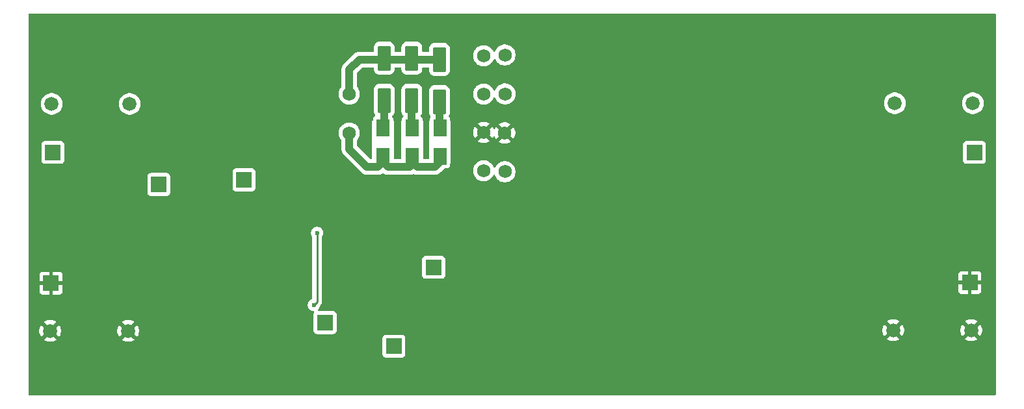
<source format=gbr>
%TF.GenerationSoftware,KiCad,Pcbnew,9.0.5*%
%TF.CreationDate,2025-10-30T21:43:39-07:00*%
%TF.ProjectId,Flyback_CCM_Converter,466c7962-6163-46b5-9f43-434d5f436f6e,rev?*%
%TF.SameCoordinates,Original*%
%TF.FileFunction,Copper,L2,Bot*%
%TF.FilePolarity,Positive*%
%FSLAX46Y46*%
G04 Gerber Fmt 4.6, Leading zero omitted, Abs format (unit mm)*
G04 Created by KiCad (PCBNEW 9.0.5) date 2025-10-30 21:43:39*
%MOMM*%
%LPD*%
G01*
G04 APERTURE LIST*
G04 Aperture macros list*
%AMRoundRect*
0 Rectangle with rounded corners*
0 $1 Rounding radius*
0 $2 $3 $4 $5 $6 $7 $8 $9 X,Y pos of 4 corners*
0 Add a 4 corners polygon primitive as box body*
4,1,4,$2,$3,$4,$5,$6,$7,$8,$9,$2,$3,0*
0 Add four circle primitives for the rounded corners*
1,1,$1+$1,$2,$3*
1,1,$1+$1,$4,$5*
1,1,$1+$1,$6,$7*
1,1,$1+$1,$8,$9*
0 Add four rect primitives between the rounded corners*
20,1,$1+$1,$2,$3,$4,$5,0*
20,1,$1+$1,$4,$5,$6,$7,0*
20,1,$1+$1,$6,$7,$8,$9,0*
20,1,$1+$1,$8,$9,$2,$3,0*%
G04 Aperture macros list end*
%TA.AperFunction,ComponentPad*%
%ADD10R,2.000000X2.000000*%
%TD*%
%TA.AperFunction,ComponentPad*%
%ADD11C,1.750000*%
%TD*%
%TA.AperFunction,ComponentPad*%
%ADD12C,1.828800*%
%TD*%
%TA.AperFunction,SMDPad,CuDef*%
%ADD13R,1.651000X2.184400*%
%TD*%
%TA.AperFunction,SMDPad,CuDef*%
%ADD14RoundRect,0.250000X0.600000X-1.400000X0.600000X1.400000X-0.600000X1.400000X-0.600000X-1.400000X0*%
%TD*%
%TA.AperFunction,ViaPad*%
%ADD15C,0.600000*%
%TD*%
%TA.AperFunction,Conductor*%
%ADD16C,0.254000*%
%TD*%
%TA.AperFunction,Conductor*%
%ADD17C,1.016000*%
%TD*%
%TA.AperFunction,Conductor*%
%ADD18C,0.508000*%
%TD*%
G04 APERTURE END LIST*
D10*
%TO.P,TP9,1,1*%
%TO.N,/COMP*%
X151600000Y-133500000D03*
%TD*%
%TO.P,TP6,1,1*%
%TO.N,Net-(U1-VREF)*%
X142637500Y-130400000D03*
%TD*%
%TO.P,TP7,1,1*%
%TO.N,/ISENSE*%
X156800000Y-123200000D03*
%TD*%
D11*
%TO.P,T1,1,AA*%
%TO.N,VCC*%
X145800000Y-100600000D03*
%TO.P,T1,2,AB*%
%TO.N,Net-(Q1-D)*%
X145800000Y-105680000D03*
%TO.P,T1,3,SA*%
%TO.N,GND*%
X163300000Y-105600000D03*
X166040000Y-105670000D03*
%TO.P,T1,4,SB*%
%TO.N,Net-(T1-SB)*%
X163300000Y-100600000D03*
X166090000Y-100580000D03*
%TO.P,T1,NC1*%
%TO.N,N/C*%
X163300000Y-110600000D03*
X166070000Y-110730000D03*
%TO.P,T1,NC2*%
X163300000Y-95600000D03*
X166070000Y-95500000D03*
%TD*%
D10*
%TO.P,TP4,1,1*%
%TO.N,GND*%
X226600000Y-125200000D03*
%TD*%
D12*
%TO.P,J4,1,1*%
%TO.N,GND*%
X226800000Y-131400000D03*
%TO.P,J4,2,2*%
X216640000Y-131400000D03*
%TD*%
D10*
%TO.P,TP8,1,1*%
%TO.N,Net-(Q1-D)*%
X132100000Y-111800000D03*
%TD*%
D12*
%TO.P,+5V1,1,1*%
%TO.N,+5V*%
X227000000Y-101800000D03*
%TO.P,+5V1,2,2*%
X216840000Y-101800000D03*
%TD*%
D10*
%TO.P,TP1,1,1*%
%TO.N,VCC*%
X107200000Y-108200000D03*
%TD*%
D12*
%TO.P,+12,1,1*%
%TO.N,VCC*%
X107043900Y-101885700D03*
%TO.P,+12,2,2*%
X117203900Y-101885700D03*
%TD*%
D10*
%TO.P,TP3,1,1*%
%TO.N,+5V*%
X227200000Y-108200000D03*
%TD*%
D12*
%TO.P,J3,1,1*%
%TO.N,GND*%
X106843900Y-131485700D03*
%TO.P,J3,2,2*%
X117003900Y-131485700D03*
%TD*%
D10*
%TO.P,TP5,1,1*%
%TO.N,Net-(Q3-E)*%
X121000000Y-112400000D03*
%TD*%
%TO.P,TP2,1,1*%
%TO.N,GND*%
X106962500Y-125285700D03*
%TD*%
D13*
%TO.P,CR3,1*%
%TO.N,Net-(D2-K)*%
X154000000Y-105000000D03*
%TO.P,CR3,2*%
%TO.N,Net-(Q1-D)*%
X154000000Y-108708400D03*
%TD*%
D14*
%TO.P,D3,1,K*%
%TO.N,Net-(D3-K)*%
X150340000Y-101426600D03*
%TO.P,D3,2,A*%
%TO.N,VCC*%
X150340000Y-95926600D03*
%TD*%
%TO.P,D2,1,K*%
%TO.N,Net-(D2-K)*%
X153940000Y-101426600D03*
%TO.P,D2,2,A*%
%TO.N,VCC*%
X153940000Y-95926600D03*
%TD*%
%TO.P,D1,1,K*%
%TO.N,Net-(D1-K)*%
X157540000Y-101595000D03*
%TO.P,D1,2,A*%
%TO.N,VCC*%
X157540000Y-96095000D03*
%TD*%
D13*
%TO.P,CR2,1*%
%TO.N,Net-(D1-K)*%
X157600000Y-105000000D03*
%TO.P,CR2,2*%
%TO.N,Net-(Q1-D)*%
X157600000Y-108708400D03*
%TD*%
%TO.P,CR4,1*%
%TO.N,Net-(D3-K)*%
X150200000Y-105000000D03*
%TO.P,CR4,2*%
%TO.N,Net-(Q1-D)*%
X150200000Y-108708400D03*
%TD*%
D15*
%TO.N,GND*%
X141800000Y-115900000D03*
X141800000Y-114100000D03*
X130200000Y-132600000D03*
X129200000Y-132600000D03*
X143800000Y-133000000D03*
%TO.N,Net-(U1-VREF)*%
X141600000Y-118700000D03*
X141200000Y-128100000D03*
%TO.N,GND*%
X155237500Y-130000000D03*
X154237500Y-130000000D03*
X138200000Y-120200000D03*
X143800000Y-134000000D03*
X136600000Y-128300000D03*
X140800000Y-137200000D03*
X150637500Y-119200000D03*
X149637500Y-119200000D03*
X138200000Y-122800000D03*
X138200000Y-121200000D03*
X140800000Y-138200000D03*
X136600000Y-129300000D03*
X142900000Y-114900000D03*
X126600000Y-113700000D03*
X206500000Y-123800000D03*
X194800000Y-124800000D03*
X142900000Y-114100000D03*
X206500000Y-124800000D03*
X182000000Y-95100000D03*
X184400000Y-106300000D03*
X140218750Y-91956250D03*
X187800000Y-95100000D03*
X135300000Y-126800000D03*
X190200000Y-95100000D03*
X190200000Y-106300000D03*
X180000000Y-115700000D03*
X191600000Y-106300000D03*
X186800000Y-106300000D03*
X191800000Y-95100000D03*
X136818750Y-103318750D03*
X198900000Y-123800000D03*
X137818750Y-91956250D03*
X136818750Y-91956250D03*
X198900000Y-124800000D03*
X183000000Y-95100000D03*
X186800000Y-95100000D03*
X127600000Y-113700000D03*
X194000000Y-106300000D03*
X123150000Y-108300000D03*
X181000000Y-115700000D03*
X184400000Y-95100000D03*
X185400000Y-95100000D03*
X142618750Y-91956250D03*
X139218750Y-103318750D03*
X194800000Y-123800000D03*
X135300000Y-127800000D03*
X189200000Y-95100000D03*
X185400000Y-106300000D03*
X123150000Y-109300000D03*
X195000000Y-106300000D03*
X189200000Y-106300000D03*
X187800000Y-106300000D03*
X202700000Y-123800000D03*
X192800000Y-95100000D03*
X210300000Y-124800000D03*
X192600000Y-106300000D03*
X210300000Y-123800000D03*
X140218750Y-103318750D03*
X137818750Y-103318750D03*
X202700000Y-124800000D03*
X141618750Y-91956250D03*
X139218750Y-91956250D03*
%TD*%
D16*
%TO.N,Net-(U1-VREF)*%
X141600000Y-127700000D02*
X141200000Y-128100000D01*
X141600000Y-118700000D02*
X141600000Y-127700000D01*
D17*
%TO.N,VCC*%
X145800000Y-97400000D02*
X147105000Y-96095000D01*
X145800000Y-100600000D02*
X145800000Y-97400000D01*
X147105000Y-96095000D02*
X157540000Y-96095000D01*
%TO.N,Net-(Q1-D)*%
X153693600Y-110106400D02*
X154000000Y-109800000D01*
X154665464Y-110106400D02*
X156934536Y-110106400D01*
X150200000Y-109440936D02*
X150865464Y-110106400D01*
X148106400Y-110106400D02*
X149534536Y-110106400D01*
X149534536Y-110106400D02*
X150200000Y-109440936D01*
X145800000Y-107800000D02*
X148106400Y-110106400D01*
X150200000Y-108708400D02*
X150200000Y-109440936D01*
X157540000Y-109167536D02*
X157540000Y-108435000D01*
X153940000Y-108435000D02*
X153940000Y-109167536D01*
X150865464Y-110106400D02*
X153693600Y-110106400D01*
X145800000Y-105680000D02*
X145800000Y-107800000D01*
X150340000Y-108435000D02*
X150340000Y-109167536D01*
X154000000Y-109440936D02*
X154665464Y-110106400D01*
X156934536Y-110106400D02*
X157600000Y-109440936D01*
X154000000Y-109800000D02*
X154000000Y-108708400D01*
X154000000Y-108708400D02*
X154000000Y-109440936D01*
X157600000Y-109440936D02*
X157600000Y-108708400D01*
D18*
X149800000Y-109200000D02*
X150200000Y-108800000D01*
D17*
%TO.N,Net-(D1-K)*%
X157540000Y-101595000D02*
X157540000Y-104726600D01*
%TO.N,Net-(D2-K)*%
X153940000Y-101426600D02*
X153940000Y-104726600D01*
%TO.N,Net-(D3-K)*%
X150340000Y-101426600D02*
X150340000Y-104726600D01*
%TD*%
%TA.AperFunction,Conductor*%
%TO.N,GND*%
G36*
X229942539Y-90120185D02*
G01*
X229988294Y-90172989D01*
X229999500Y-90224500D01*
X229999500Y-139775500D01*
X229979815Y-139842539D01*
X229927011Y-139888294D01*
X229875500Y-139899500D01*
X104124500Y-139899500D01*
X104057461Y-139879815D01*
X104011706Y-139827011D01*
X104000500Y-139775500D01*
X104000500Y-131374378D01*
X105429500Y-131374378D01*
X105429500Y-131597021D01*
X105464326Y-131816906D01*
X105533125Y-132028645D01*
X105634196Y-132227007D01*
X105682523Y-132293522D01*
X105682523Y-132293523D01*
X106234898Y-131741148D01*
X106258661Y-131798517D01*
X106330934Y-131906680D01*
X106422920Y-131998666D01*
X106531083Y-132070939D01*
X106588450Y-132094701D01*
X106036075Y-132647075D01*
X106102592Y-132695403D01*
X106300954Y-132796474D01*
X106512693Y-132865273D01*
X106732579Y-132900100D01*
X106955221Y-132900100D01*
X107175106Y-132865273D01*
X107386845Y-132796474D01*
X107585207Y-132695403D01*
X107651722Y-132647075D01*
X107099348Y-132094701D01*
X107156717Y-132070939D01*
X107264880Y-131998666D01*
X107356866Y-131906680D01*
X107429139Y-131798517D01*
X107452901Y-131741148D01*
X108005275Y-132293522D01*
X108053603Y-132227007D01*
X108154674Y-132028645D01*
X108223473Y-131816906D01*
X108258300Y-131597021D01*
X108258300Y-131374378D01*
X115589500Y-131374378D01*
X115589500Y-131597021D01*
X115624326Y-131816906D01*
X115693125Y-132028645D01*
X115794196Y-132227007D01*
X115842523Y-132293522D01*
X115842523Y-132293523D01*
X116394898Y-131741148D01*
X116418661Y-131798517D01*
X116490934Y-131906680D01*
X116582920Y-131998666D01*
X116691083Y-132070939D01*
X116748450Y-132094701D01*
X116196075Y-132647075D01*
X116262592Y-132695403D01*
X116460954Y-132796474D01*
X116672693Y-132865273D01*
X116892579Y-132900100D01*
X117115221Y-132900100D01*
X117335106Y-132865273D01*
X117546845Y-132796474D01*
X117745207Y-132695403D01*
X117811722Y-132647075D01*
X117811723Y-132647075D01*
X117701135Y-132536487D01*
X117616783Y-132452135D01*
X150099500Y-132452135D01*
X150099500Y-134547870D01*
X150099501Y-134547876D01*
X150105908Y-134607483D01*
X150156202Y-134742328D01*
X150156206Y-134742335D01*
X150242452Y-134857544D01*
X150242455Y-134857547D01*
X150357664Y-134943793D01*
X150357671Y-134943797D01*
X150492517Y-134994091D01*
X150492516Y-134994091D01*
X150499444Y-134994835D01*
X150552127Y-135000500D01*
X152647872Y-135000499D01*
X152707483Y-134994091D01*
X152842331Y-134943796D01*
X152957546Y-134857546D01*
X153043796Y-134742331D01*
X153094091Y-134607483D01*
X153100500Y-134547873D01*
X153100499Y-132452128D01*
X153094091Y-132392517D01*
X153057168Y-132293522D01*
X153043797Y-132257671D01*
X153043793Y-132257664D01*
X152957547Y-132142455D01*
X152957544Y-132142452D01*
X152842335Y-132056206D01*
X152842328Y-132056202D01*
X152707482Y-132005908D01*
X152707483Y-132005908D01*
X152647883Y-131999501D01*
X152647881Y-131999500D01*
X152647873Y-131999500D01*
X152647864Y-131999500D01*
X150552129Y-131999500D01*
X150552123Y-131999501D01*
X150492516Y-132005908D01*
X150357671Y-132056202D01*
X150357664Y-132056206D01*
X150242455Y-132142452D01*
X150242452Y-132142455D01*
X150156206Y-132257664D01*
X150156202Y-132257671D01*
X150105908Y-132392517D01*
X150099501Y-132452116D01*
X150099501Y-132452123D01*
X150099500Y-132452135D01*
X117616783Y-132452135D01*
X117259348Y-132094701D01*
X117316717Y-132070939D01*
X117424880Y-131998666D01*
X117516866Y-131906680D01*
X117589139Y-131798517D01*
X117612901Y-131741148D01*
X118165275Y-132293522D01*
X118213603Y-132227007D01*
X118314674Y-132028645D01*
X118383473Y-131816906D01*
X118418300Y-131597021D01*
X118418300Y-131374378D01*
X118383473Y-131154493D01*
X118314674Y-130942754D01*
X118213603Y-130744392D01*
X118165275Y-130677876D01*
X118165275Y-130677875D01*
X117612901Y-131230250D01*
X117589139Y-131172883D01*
X117516866Y-131064720D01*
X117424880Y-130972734D01*
X117316717Y-130900461D01*
X117259347Y-130876698D01*
X117811723Y-130324323D01*
X117745207Y-130275996D01*
X117546845Y-130174925D01*
X117335106Y-130106126D01*
X117115221Y-130071300D01*
X116892579Y-130071300D01*
X116672693Y-130106126D01*
X116460954Y-130174925D01*
X116262591Y-130275997D01*
X116196076Y-130324322D01*
X116196075Y-130324323D01*
X116748451Y-130876698D01*
X116691083Y-130900461D01*
X116582920Y-130972734D01*
X116490934Y-131064720D01*
X116418661Y-131172883D01*
X116394898Y-131230251D01*
X115842523Y-130677875D01*
X115842522Y-130677876D01*
X115794197Y-130744391D01*
X115693125Y-130942754D01*
X115624326Y-131154493D01*
X115589500Y-131374378D01*
X108258300Y-131374378D01*
X108223473Y-131154493D01*
X108154674Y-130942754D01*
X108053603Y-130744392D01*
X108005275Y-130677876D01*
X108005275Y-130677875D01*
X107452901Y-131230250D01*
X107429139Y-131172883D01*
X107356866Y-131064720D01*
X107264880Y-130972734D01*
X107156717Y-130900461D01*
X107099347Y-130876698D01*
X107651723Y-130324323D01*
X107585207Y-130275996D01*
X107386845Y-130174925D01*
X107175106Y-130106126D01*
X106955221Y-130071300D01*
X106732579Y-130071300D01*
X106512693Y-130106126D01*
X106300954Y-130174925D01*
X106102591Y-130275997D01*
X106036076Y-130324322D01*
X106036075Y-130324323D01*
X106588451Y-130876698D01*
X106531083Y-130900461D01*
X106422920Y-130972734D01*
X106330934Y-131064720D01*
X106258661Y-131172883D01*
X106234898Y-131230251D01*
X105682523Y-130677875D01*
X105682522Y-130677876D01*
X105634197Y-130744391D01*
X105533125Y-130942754D01*
X105464326Y-131154493D01*
X105429500Y-131374378D01*
X104000500Y-131374378D01*
X104000500Y-128021153D01*
X140399500Y-128021153D01*
X140399500Y-128178846D01*
X140430261Y-128333489D01*
X140430264Y-128333501D01*
X140490602Y-128479172D01*
X140490609Y-128479185D01*
X140578210Y-128610288D01*
X140578213Y-128610292D01*
X140689707Y-128721786D01*
X140689711Y-128721789D01*
X140820814Y-128809390D01*
X140820827Y-128809397D01*
X140966498Y-128869735D01*
X140966503Y-128869737D01*
X141116131Y-128899500D01*
X141121153Y-128900499D01*
X141121156Y-128900500D01*
X141138499Y-128900500D01*
X141205538Y-128920185D01*
X141251293Y-128972989D01*
X141261237Y-129042147D01*
X141237765Y-129098810D01*
X141217738Y-129125562D01*
X141193704Y-129157668D01*
X141193702Y-129157671D01*
X141143408Y-129292517D01*
X141137001Y-129352116D01*
X141137001Y-129352123D01*
X141137000Y-129352135D01*
X141137000Y-131447870D01*
X141137001Y-131447876D01*
X141143408Y-131507483D01*
X141193702Y-131642328D01*
X141193706Y-131642335D01*
X141279952Y-131757544D01*
X141279955Y-131757547D01*
X141395164Y-131843793D01*
X141395171Y-131843797D01*
X141530017Y-131894091D01*
X141530016Y-131894091D01*
X141536944Y-131894835D01*
X141589627Y-131900500D01*
X143685372Y-131900499D01*
X143744983Y-131894091D01*
X143879831Y-131843796D01*
X143995046Y-131757546D01*
X144081296Y-131642331D01*
X144131591Y-131507483D01*
X144138000Y-131447873D01*
X144138000Y-131288678D01*
X215225600Y-131288678D01*
X215225600Y-131511321D01*
X215260426Y-131731206D01*
X215329225Y-131942945D01*
X215430296Y-132141307D01*
X215478623Y-132207822D01*
X215478623Y-132207823D01*
X216030998Y-131655448D01*
X216054761Y-131712817D01*
X216127034Y-131820980D01*
X216219020Y-131912966D01*
X216327183Y-131985239D01*
X216384550Y-132009001D01*
X215832175Y-132561375D01*
X215898692Y-132609703D01*
X216097054Y-132710774D01*
X216308793Y-132779573D01*
X216528679Y-132814400D01*
X216751321Y-132814400D01*
X216971206Y-132779573D01*
X217182945Y-132710774D01*
X217381307Y-132609703D01*
X217447822Y-132561375D01*
X216895448Y-132009001D01*
X216952817Y-131985239D01*
X217060980Y-131912966D01*
X217152966Y-131820980D01*
X217225239Y-131712817D01*
X217249001Y-131655448D01*
X217801375Y-132207822D01*
X217849703Y-132141307D01*
X217950774Y-131942945D01*
X218019573Y-131731206D01*
X218054400Y-131511321D01*
X218054400Y-131288678D01*
X225385600Y-131288678D01*
X225385600Y-131511321D01*
X225420426Y-131731206D01*
X225489225Y-131942945D01*
X225590296Y-132141307D01*
X225638623Y-132207822D01*
X225638623Y-132207823D01*
X226190998Y-131655448D01*
X226214761Y-131712817D01*
X226287034Y-131820980D01*
X226379020Y-131912966D01*
X226487183Y-131985239D01*
X226544550Y-132009001D01*
X225992175Y-132561375D01*
X226058692Y-132609703D01*
X226257054Y-132710774D01*
X226468793Y-132779573D01*
X226688679Y-132814400D01*
X226911321Y-132814400D01*
X227131206Y-132779573D01*
X227342945Y-132710774D01*
X227541307Y-132609703D01*
X227607822Y-132561375D01*
X227055448Y-132009001D01*
X227112817Y-131985239D01*
X227220980Y-131912966D01*
X227312966Y-131820980D01*
X227385239Y-131712817D01*
X227409001Y-131655448D01*
X227961375Y-132207822D01*
X228009703Y-132141307D01*
X228110774Y-131942945D01*
X228179573Y-131731206D01*
X228214400Y-131511321D01*
X228214400Y-131288678D01*
X228179573Y-131068793D01*
X228110774Y-130857054D01*
X228009703Y-130658692D01*
X227961375Y-130592176D01*
X227961375Y-130592175D01*
X227409001Y-131144550D01*
X227385239Y-131087183D01*
X227312966Y-130979020D01*
X227220980Y-130887034D01*
X227112817Y-130814761D01*
X227055447Y-130790998D01*
X227607823Y-130238623D01*
X227541307Y-130190296D01*
X227342945Y-130089225D01*
X227131206Y-130020426D01*
X226911321Y-129985600D01*
X226688679Y-129985600D01*
X226468793Y-130020426D01*
X226257054Y-130089225D01*
X226058691Y-130190297D01*
X225992176Y-130238622D01*
X225992175Y-130238623D01*
X226544551Y-130790998D01*
X226487183Y-130814761D01*
X226379020Y-130887034D01*
X226287034Y-130979020D01*
X226214761Y-131087183D01*
X226190998Y-131144551D01*
X225638623Y-130592175D01*
X225638622Y-130592176D01*
X225590297Y-130658691D01*
X225489225Y-130857054D01*
X225420426Y-131068793D01*
X225385600Y-131288678D01*
X218054400Y-131288678D01*
X218019573Y-131068793D01*
X217950774Y-130857054D01*
X217849703Y-130658692D01*
X217801375Y-130592176D01*
X217801375Y-130592175D01*
X217249001Y-131144550D01*
X217225239Y-131087183D01*
X217152966Y-130979020D01*
X217060980Y-130887034D01*
X216952817Y-130814761D01*
X216895447Y-130790998D01*
X217447823Y-130238623D01*
X217381307Y-130190296D01*
X217182945Y-130089225D01*
X216971206Y-130020426D01*
X216751321Y-129985600D01*
X216528679Y-129985600D01*
X216308793Y-130020426D01*
X216097054Y-130089225D01*
X215898691Y-130190297D01*
X215832176Y-130238622D01*
X215832175Y-130238623D01*
X216384551Y-130790998D01*
X216327183Y-130814761D01*
X216219020Y-130887034D01*
X216127034Y-130979020D01*
X216054761Y-131087183D01*
X216030998Y-131144551D01*
X215478623Y-130592175D01*
X215478622Y-130592176D01*
X215430297Y-130658691D01*
X215329225Y-130857054D01*
X215260426Y-131068793D01*
X215225600Y-131288678D01*
X144138000Y-131288678D01*
X144137999Y-129352128D01*
X144131591Y-129292517D01*
X144081296Y-129157669D01*
X144081295Y-129157668D01*
X144081293Y-129157664D01*
X143995047Y-129042455D01*
X143995044Y-129042452D01*
X143879835Y-128956206D01*
X143879828Y-128956202D01*
X143744982Y-128905908D01*
X143744983Y-128905908D01*
X143685383Y-128899501D01*
X143685381Y-128899500D01*
X143685373Y-128899500D01*
X143685365Y-128899500D01*
X141831940Y-128899500D01*
X141764901Y-128879815D01*
X141719146Y-128827011D01*
X141709202Y-128757853D01*
X141738227Y-128694297D01*
X141744245Y-128687832D01*
X141821789Y-128610289D01*
X141909394Y-128479179D01*
X141969737Y-128333497D01*
X141991156Y-128225813D01*
X142023539Y-128163907D01*
X142025021Y-128162396D01*
X142087411Y-128100008D01*
X142156083Y-127997233D01*
X142203385Y-127883035D01*
X142227500Y-127761804D01*
X142227500Y-127638197D01*
X142227500Y-122152135D01*
X155299500Y-122152135D01*
X155299500Y-124247870D01*
X155299501Y-124247876D01*
X155305908Y-124307483D01*
X155356202Y-124442328D01*
X155356206Y-124442335D01*
X155442452Y-124557544D01*
X155442455Y-124557547D01*
X155557664Y-124643793D01*
X155557671Y-124643797D01*
X155692517Y-124694091D01*
X155692516Y-124694091D01*
X155699444Y-124694835D01*
X155752127Y-124700500D01*
X157847872Y-124700499D01*
X157907483Y-124694091D01*
X158042331Y-124643796D01*
X158157546Y-124557546D01*
X158243796Y-124442331D01*
X158294091Y-124307483D01*
X158300500Y-124247873D01*
X158300500Y-124152155D01*
X225100000Y-124152155D01*
X225100000Y-124950000D01*
X226166988Y-124950000D01*
X226134075Y-125007007D01*
X226100000Y-125134174D01*
X226100000Y-125265826D01*
X226134075Y-125392993D01*
X226166988Y-125450000D01*
X225100000Y-125450000D01*
X225100000Y-126247844D01*
X225106401Y-126307372D01*
X225106403Y-126307379D01*
X225156645Y-126442086D01*
X225156649Y-126442093D01*
X225242809Y-126557187D01*
X225242812Y-126557190D01*
X225357906Y-126643350D01*
X225357913Y-126643354D01*
X225492620Y-126693596D01*
X225492627Y-126693598D01*
X225552155Y-126699999D01*
X225552172Y-126700000D01*
X226350000Y-126700000D01*
X226350000Y-125633012D01*
X226407007Y-125665925D01*
X226534174Y-125700000D01*
X226665826Y-125700000D01*
X226792993Y-125665925D01*
X226850000Y-125633012D01*
X226850000Y-126700000D01*
X227647828Y-126700000D01*
X227647844Y-126699999D01*
X227707372Y-126693598D01*
X227707379Y-126693596D01*
X227842086Y-126643354D01*
X227842093Y-126643350D01*
X227957187Y-126557190D01*
X227957190Y-126557187D01*
X228043350Y-126442093D01*
X228043354Y-126442086D01*
X228093596Y-126307379D01*
X228093598Y-126307372D01*
X228099999Y-126247844D01*
X228100000Y-126247827D01*
X228100000Y-125450000D01*
X227033012Y-125450000D01*
X227065925Y-125392993D01*
X227100000Y-125265826D01*
X227100000Y-125134174D01*
X227065925Y-125007007D01*
X227033012Y-124950000D01*
X228100000Y-124950000D01*
X228100000Y-124152172D01*
X228099999Y-124152155D01*
X228093598Y-124092627D01*
X228093596Y-124092620D01*
X228043354Y-123957913D01*
X228043350Y-123957906D01*
X227957190Y-123842812D01*
X227957187Y-123842809D01*
X227842093Y-123756649D01*
X227842086Y-123756645D01*
X227707379Y-123706403D01*
X227707372Y-123706401D01*
X227647844Y-123700000D01*
X226850000Y-123700000D01*
X226850000Y-124766988D01*
X226792993Y-124734075D01*
X226665826Y-124700000D01*
X226534174Y-124700000D01*
X226407007Y-124734075D01*
X226350000Y-124766988D01*
X226350000Y-123700000D01*
X225552155Y-123700000D01*
X225492627Y-123706401D01*
X225492620Y-123706403D01*
X225357913Y-123756645D01*
X225357906Y-123756649D01*
X225242812Y-123842809D01*
X225242809Y-123842812D01*
X225156649Y-123957906D01*
X225156645Y-123957913D01*
X225106403Y-124092620D01*
X225106401Y-124092627D01*
X225100000Y-124152155D01*
X158300500Y-124152155D01*
X158300499Y-122152128D01*
X158294091Y-122092517D01*
X158243796Y-121957669D01*
X158243795Y-121957668D01*
X158243793Y-121957664D01*
X158157547Y-121842455D01*
X158157544Y-121842452D01*
X158042335Y-121756206D01*
X158042328Y-121756202D01*
X157907482Y-121705908D01*
X157907483Y-121705908D01*
X157847883Y-121699501D01*
X157847881Y-121699500D01*
X157847873Y-121699500D01*
X157847864Y-121699500D01*
X155752129Y-121699500D01*
X155752123Y-121699501D01*
X155692516Y-121705908D01*
X155557671Y-121756202D01*
X155557664Y-121756206D01*
X155442455Y-121842452D01*
X155442452Y-121842455D01*
X155356206Y-121957664D01*
X155356202Y-121957671D01*
X155305908Y-122092517D01*
X155299501Y-122152116D01*
X155299501Y-122152123D01*
X155299500Y-122152135D01*
X142227500Y-122152135D01*
X142227500Y-119239356D01*
X142247185Y-119172317D01*
X142248398Y-119170465D01*
X142309394Y-119079179D01*
X142369737Y-118933497D01*
X142400500Y-118778842D01*
X142400500Y-118621158D01*
X142400500Y-118621155D01*
X142400499Y-118621153D01*
X142369738Y-118466510D01*
X142369737Y-118466503D01*
X142369735Y-118466498D01*
X142309397Y-118320827D01*
X142309390Y-118320814D01*
X142221789Y-118189711D01*
X142221786Y-118189707D01*
X142110292Y-118078213D01*
X142110288Y-118078210D01*
X141979185Y-117990609D01*
X141979172Y-117990602D01*
X141833501Y-117930264D01*
X141833489Y-117930261D01*
X141678845Y-117899500D01*
X141678842Y-117899500D01*
X141521158Y-117899500D01*
X141521155Y-117899500D01*
X141366510Y-117930261D01*
X141366498Y-117930264D01*
X141220827Y-117990602D01*
X141220814Y-117990609D01*
X141089711Y-118078210D01*
X141089707Y-118078213D01*
X140978213Y-118189707D01*
X140978210Y-118189711D01*
X140890609Y-118320814D01*
X140890602Y-118320827D01*
X140830264Y-118466498D01*
X140830261Y-118466510D01*
X140799500Y-118621153D01*
X140799500Y-118778846D01*
X140830261Y-118933489D01*
X140830264Y-118933501D01*
X140890603Y-119079174D01*
X140890604Y-119079175D01*
X140890606Y-119079179D01*
X140951602Y-119170465D01*
X140972480Y-119237142D01*
X140972500Y-119239356D01*
X140972500Y-127244924D01*
X140952815Y-127311963D01*
X140900011Y-127357718D01*
X140895953Y-127359485D01*
X140820824Y-127390604D01*
X140820814Y-127390609D01*
X140689711Y-127478210D01*
X140689707Y-127478213D01*
X140578213Y-127589707D01*
X140578210Y-127589711D01*
X140490609Y-127720814D01*
X140490602Y-127720827D01*
X140430264Y-127866498D01*
X140430261Y-127866510D01*
X140399500Y-128021153D01*
X104000500Y-128021153D01*
X104000500Y-124237855D01*
X105462500Y-124237855D01*
X105462500Y-125035700D01*
X106529488Y-125035700D01*
X106496575Y-125092707D01*
X106462500Y-125219874D01*
X106462500Y-125351526D01*
X106496575Y-125478693D01*
X106529488Y-125535700D01*
X105462500Y-125535700D01*
X105462500Y-126333544D01*
X105468901Y-126393072D01*
X105468903Y-126393079D01*
X105519145Y-126527786D01*
X105519149Y-126527793D01*
X105605309Y-126642887D01*
X105605312Y-126642890D01*
X105720406Y-126729050D01*
X105720413Y-126729054D01*
X105855120Y-126779296D01*
X105855127Y-126779298D01*
X105914655Y-126785699D01*
X105914672Y-126785700D01*
X106712500Y-126785700D01*
X106712500Y-125718712D01*
X106769507Y-125751625D01*
X106896674Y-125785700D01*
X107028326Y-125785700D01*
X107155493Y-125751625D01*
X107212500Y-125718712D01*
X107212500Y-126785700D01*
X108010328Y-126785700D01*
X108010344Y-126785699D01*
X108069872Y-126779298D01*
X108069879Y-126779296D01*
X108204586Y-126729054D01*
X108204593Y-126729050D01*
X108319687Y-126642890D01*
X108319690Y-126642887D01*
X108405850Y-126527793D01*
X108405854Y-126527786D01*
X108456096Y-126393079D01*
X108456098Y-126393072D01*
X108462499Y-126333544D01*
X108462500Y-126333527D01*
X108462500Y-125535700D01*
X107395512Y-125535700D01*
X107428425Y-125478693D01*
X107462500Y-125351526D01*
X107462500Y-125219874D01*
X107428425Y-125092707D01*
X107395512Y-125035700D01*
X108462500Y-125035700D01*
X108462500Y-124237872D01*
X108462499Y-124237855D01*
X108456098Y-124178327D01*
X108456096Y-124178320D01*
X108405854Y-124043613D01*
X108405850Y-124043606D01*
X108319690Y-123928512D01*
X108319687Y-123928509D01*
X108204593Y-123842349D01*
X108204586Y-123842345D01*
X108069879Y-123792103D01*
X108069872Y-123792101D01*
X108010344Y-123785700D01*
X107212500Y-123785700D01*
X107212500Y-124852688D01*
X107155493Y-124819775D01*
X107028326Y-124785700D01*
X106896674Y-124785700D01*
X106769507Y-124819775D01*
X106712500Y-124852688D01*
X106712500Y-123785700D01*
X105914655Y-123785700D01*
X105855127Y-123792101D01*
X105855120Y-123792103D01*
X105720413Y-123842345D01*
X105720406Y-123842349D01*
X105605312Y-123928509D01*
X105605309Y-123928512D01*
X105519149Y-124043606D01*
X105519145Y-124043613D01*
X105468903Y-124178320D01*
X105468901Y-124178327D01*
X105462500Y-124237855D01*
X104000500Y-124237855D01*
X104000500Y-111352135D01*
X119499500Y-111352135D01*
X119499500Y-113447870D01*
X119499501Y-113447876D01*
X119505908Y-113507483D01*
X119556202Y-113642328D01*
X119556206Y-113642335D01*
X119642452Y-113757544D01*
X119642455Y-113757547D01*
X119757664Y-113843793D01*
X119757671Y-113843797D01*
X119892517Y-113894091D01*
X119892516Y-113894091D01*
X119899444Y-113894835D01*
X119952127Y-113900500D01*
X122047872Y-113900499D01*
X122107483Y-113894091D01*
X122242331Y-113843796D01*
X122357546Y-113757546D01*
X122443796Y-113642331D01*
X122494091Y-113507483D01*
X122500500Y-113447873D01*
X122500499Y-111352128D01*
X122494091Y-111292517D01*
X122481220Y-111258009D01*
X122443797Y-111157671D01*
X122443793Y-111157664D01*
X122357547Y-111042455D01*
X122357544Y-111042452D01*
X122242335Y-110956206D01*
X122242328Y-110956202D01*
X122107482Y-110905908D01*
X122107483Y-110905908D01*
X122047883Y-110899501D01*
X122047881Y-110899500D01*
X122047873Y-110899500D01*
X122047864Y-110899500D01*
X119952129Y-110899500D01*
X119952123Y-110899501D01*
X119892516Y-110905908D01*
X119757671Y-110956202D01*
X119757664Y-110956206D01*
X119642455Y-111042452D01*
X119642452Y-111042455D01*
X119556206Y-111157664D01*
X119556202Y-111157671D01*
X119505908Y-111292517D01*
X119502855Y-111320919D01*
X119499501Y-111352123D01*
X119499500Y-111352135D01*
X104000500Y-111352135D01*
X104000500Y-110752135D01*
X130599500Y-110752135D01*
X130599500Y-112847870D01*
X130599501Y-112847876D01*
X130605908Y-112907483D01*
X130656202Y-113042328D01*
X130656206Y-113042335D01*
X130742452Y-113157544D01*
X130742455Y-113157547D01*
X130857664Y-113243793D01*
X130857671Y-113243797D01*
X130992517Y-113294091D01*
X130992516Y-113294091D01*
X130999444Y-113294835D01*
X131052127Y-113300500D01*
X133147872Y-113300499D01*
X133207483Y-113294091D01*
X133342331Y-113243796D01*
X133457546Y-113157546D01*
X133543796Y-113042331D01*
X133594091Y-112907483D01*
X133600500Y-112847873D01*
X133600499Y-110752128D01*
X133594091Y-110692517D01*
X133543796Y-110557669D01*
X133543795Y-110557668D01*
X133543793Y-110557664D01*
X133457547Y-110442455D01*
X133457544Y-110442452D01*
X133342335Y-110356206D01*
X133342328Y-110356202D01*
X133207482Y-110305908D01*
X133207483Y-110305908D01*
X133147883Y-110299501D01*
X133147881Y-110299500D01*
X133147873Y-110299500D01*
X133147864Y-110299500D01*
X131052129Y-110299500D01*
X131052123Y-110299501D01*
X130992516Y-110305908D01*
X130857671Y-110356202D01*
X130857664Y-110356206D01*
X130742455Y-110442452D01*
X130742452Y-110442455D01*
X130656206Y-110557664D01*
X130656202Y-110557671D01*
X130605908Y-110692517D01*
X130599806Y-110749281D01*
X130599501Y-110752123D01*
X130599500Y-110752135D01*
X104000500Y-110752135D01*
X104000500Y-107152135D01*
X105699500Y-107152135D01*
X105699500Y-109247870D01*
X105699501Y-109247876D01*
X105705908Y-109307483D01*
X105756202Y-109442328D01*
X105756206Y-109442335D01*
X105842452Y-109557544D01*
X105842455Y-109557547D01*
X105957664Y-109643793D01*
X105957671Y-109643797D01*
X106092517Y-109694091D01*
X106092516Y-109694091D01*
X106099444Y-109694835D01*
X106152127Y-109700500D01*
X108247872Y-109700499D01*
X108307483Y-109694091D01*
X108442331Y-109643796D01*
X108557546Y-109557546D01*
X108643796Y-109442331D01*
X108694091Y-109307483D01*
X108700500Y-109247873D01*
X108700499Y-107152128D01*
X108694091Y-107092517D01*
X108676368Y-107045000D01*
X108643797Y-106957671D01*
X108643793Y-106957664D01*
X108557547Y-106842455D01*
X108557544Y-106842452D01*
X108442335Y-106756206D01*
X108442328Y-106756202D01*
X108307482Y-106705908D01*
X108307483Y-106705908D01*
X108247883Y-106699501D01*
X108247881Y-106699500D01*
X108247873Y-106699500D01*
X108247864Y-106699500D01*
X106152129Y-106699500D01*
X106152123Y-106699501D01*
X106092516Y-106705908D01*
X105957671Y-106756202D01*
X105957664Y-106756206D01*
X105842455Y-106842452D01*
X105842452Y-106842455D01*
X105756206Y-106957664D01*
X105756202Y-106957671D01*
X105705908Y-107092517D01*
X105699501Y-107152116D01*
X105699501Y-107152123D01*
X105699500Y-107152135D01*
X104000500Y-107152135D01*
X104000500Y-105571746D01*
X144424500Y-105571746D01*
X144424500Y-105788253D01*
X144458370Y-106002098D01*
X144525272Y-106208006D01*
X144525273Y-106208009D01*
X144618338Y-106390656D01*
X144623567Y-106400919D01*
X144750828Y-106576078D01*
X144750830Y-106576080D01*
X144755181Y-106580431D01*
X144788666Y-106641754D01*
X144791500Y-106668112D01*
X144791500Y-107899333D01*
X144830254Y-108094160D01*
X144830256Y-108094168D01*
X144906277Y-108277701D01*
X144906282Y-108277710D01*
X145016646Y-108442880D01*
X145016649Y-108442884D01*
X147463515Y-110889750D01*
X147463519Y-110889753D01*
X147628689Y-111000117D01*
X147628695Y-111000120D01*
X147628696Y-111000121D01*
X147812231Y-111076144D01*
X147999867Y-111113467D01*
X148007066Y-111114899D01*
X148007070Y-111114900D01*
X148007071Y-111114900D01*
X149633866Y-111114900D01*
X149633867Y-111114899D01*
X149828705Y-111076144D01*
X150012240Y-111000121D01*
X150131109Y-110920694D01*
X150197786Y-110899817D01*
X150265166Y-110918301D01*
X150268887Y-110920692D01*
X150387760Y-111000121D01*
X150571295Y-111076144D01*
X150758931Y-111113467D01*
X150766130Y-111114899D01*
X150766134Y-111114900D01*
X150766135Y-111114900D01*
X153792930Y-111114900D01*
X153792931Y-111114899D01*
X153987769Y-111076144D01*
X154132080Y-111016367D01*
X154201548Y-111008899D01*
X154226980Y-111016366D01*
X154371295Y-111076144D01*
X154558931Y-111113467D01*
X154566130Y-111114899D01*
X154566134Y-111114900D01*
X154566135Y-111114900D01*
X157033866Y-111114900D01*
X157033867Y-111114899D01*
X157228705Y-111076144D01*
X157412240Y-111000121D01*
X157577417Y-110889753D01*
X157717889Y-110749281D01*
X157975423Y-110491746D01*
X161924500Y-110491746D01*
X161924500Y-110708253D01*
X161958370Y-110922098D01*
X162025272Y-111128006D01*
X162025273Y-111128009D01*
X162109095Y-111292516D01*
X162123567Y-111320919D01*
X162250828Y-111496078D01*
X162403922Y-111649172D01*
X162579081Y-111776433D01*
X162584457Y-111779172D01*
X162771990Y-111874726D01*
X162771993Y-111874727D01*
X162869573Y-111906432D01*
X162977903Y-111941630D01*
X163191746Y-111975500D01*
X163191747Y-111975500D01*
X163408253Y-111975500D01*
X163408254Y-111975500D01*
X163622097Y-111941630D01*
X163828009Y-111874726D01*
X164020919Y-111776433D01*
X164196078Y-111649172D01*
X164349172Y-111496078D01*
X164476433Y-111320919D01*
X164547696Y-111181057D01*
X164595671Y-111130262D01*
X164663492Y-111113467D01*
X164729627Y-111136005D01*
X164773078Y-111190720D01*
X164776112Y-111199035D01*
X164795272Y-111258006D01*
X164795273Y-111258009D01*
X164893567Y-111450919D01*
X165020828Y-111626078D01*
X165173922Y-111779172D01*
X165349081Y-111906433D01*
X165418157Y-111941629D01*
X165541990Y-112004726D01*
X165541993Y-112004727D01*
X165644947Y-112038178D01*
X165747903Y-112071630D01*
X165961746Y-112105500D01*
X165961747Y-112105500D01*
X166178253Y-112105500D01*
X166178254Y-112105500D01*
X166392097Y-112071630D01*
X166598009Y-112004726D01*
X166790919Y-111906433D01*
X166966078Y-111779172D01*
X167119172Y-111626078D01*
X167246433Y-111450919D01*
X167344726Y-111258009D01*
X167411630Y-111052097D01*
X167445500Y-110838254D01*
X167445500Y-110621746D01*
X167411630Y-110407903D01*
X167369390Y-110277901D01*
X167344727Y-110201993D01*
X167344726Y-110201990D01*
X167278487Y-110071990D01*
X167246433Y-110009081D01*
X167119172Y-109833922D01*
X166966078Y-109680828D01*
X166790919Y-109553567D01*
X166785543Y-109550828D01*
X166598009Y-109455273D01*
X166598006Y-109455272D01*
X166392098Y-109388370D01*
X166285175Y-109371435D01*
X166178254Y-109354500D01*
X165961746Y-109354500D01*
X165890465Y-109365790D01*
X165747901Y-109388370D01*
X165541993Y-109455272D01*
X165541990Y-109455273D01*
X165349080Y-109553567D01*
X165249145Y-109626174D01*
X165173922Y-109680828D01*
X165173920Y-109680830D01*
X165173919Y-109680830D01*
X165020830Y-109833919D01*
X165020830Y-109833920D01*
X165020828Y-109833922D01*
X165010263Y-109848464D01*
X164893565Y-110009083D01*
X164822302Y-110148942D01*
X164774327Y-110199737D01*
X164706506Y-110216532D01*
X164640371Y-110193994D01*
X164596921Y-110139278D01*
X164593887Y-110130963D01*
X164574728Y-110071996D01*
X164574726Y-110071990D01*
X164491210Y-109908083D01*
X164476433Y-109879081D01*
X164349172Y-109703922D01*
X164196078Y-109550828D01*
X164020919Y-109423567D01*
X163828009Y-109325273D01*
X163828006Y-109325272D01*
X163622098Y-109258370D01*
X163515175Y-109241435D01*
X163408254Y-109224500D01*
X163191746Y-109224500D01*
X163120465Y-109235790D01*
X162977901Y-109258370D01*
X162771993Y-109325272D01*
X162771990Y-109325273D01*
X162579080Y-109423567D01*
X162535440Y-109455274D01*
X162403922Y-109550828D01*
X162403920Y-109550830D01*
X162403919Y-109550830D01*
X162250830Y-109703919D01*
X162250830Y-109703920D01*
X162250828Y-109703922D01*
X162196174Y-109779145D01*
X162123567Y-109879080D01*
X162025273Y-110071990D01*
X162025272Y-110071993D01*
X161958370Y-110277901D01*
X161924500Y-110491746D01*
X157975423Y-110491746D01*
X158129751Y-110337417D01*
X158191074Y-110303933D01*
X158217432Y-110301099D01*
X158473371Y-110301099D01*
X158473372Y-110301099D01*
X158532983Y-110294691D01*
X158667831Y-110244396D01*
X158783046Y-110158146D01*
X158869296Y-110042931D01*
X158919591Y-109908083D01*
X158926000Y-109848473D01*
X158926000Y-109721400D01*
X158945685Y-109654361D01*
X158998489Y-109608606D01*
X159014726Y-109605073D01*
X159022400Y-109597400D01*
X159022400Y-107152135D01*
X225699500Y-107152135D01*
X225699500Y-109247870D01*
X225699501Y-109247876D01*
X225705908Y-109307483D01*
X225756202Y-109442328D01*
X225756206Y-109442335D01*
X225842452Y-109557544D01*
X225842455Y-109557547D01*
X225957664Y-109643793D01*
X225957671Y-109643797D01*
X226092517Y-109694091D01*
X226092516Y-109694091D01*
X226099444Y-109694835D01*
X226152127Y-109700500D01*
X228247872Y-109700499D01*
X228307483Y-109694091D01*
X228442331Y-109643796D01*
X228557546Y-109557546D01*
X228643796Y-109442331D01*
X228694091Y-109307483D01*
X228700500Y-109247873D01*
X228700499Y-107152128D01*
X228694091Y-107092517D01*
X228676368Y-107045000D01*
X228643797Y-106957671D01*
X228643793Y-106957664D01*
X228557547Y-106842455D01*
X228557544Y-106842452D01*
X228442335Y-106756206D01*
X228442328Y-106756202D01*
X228307482Y-106705908D01*
X228307483Y-106705908D01*
X228247883Y-106699501D01*
X228247881Y-106699500D01*
X228247873Y-106699500D01*
X228247864Y-106699500D01*
X226152129Y-106699500D01*
X226152123Y-106699501D01*
X226092516Y-106705908D01*
X225957671Y-106756202D01*
X225957664Y-106756206D01*
X225842455Y-106842452D01*
X225842452Y-106842455D01*
X225756206Y-106957664D01*
X225756202Y-106957671D01*
X225705908Y-107092517D01*
X225699501Y-107152116D01*
X225699501Y-107152123D01*
X225699500Y-107152135D01*
X159022400Y-107152135D01*
X159022400Y-105491779D01*
X161925000Y-105491779D01*
X161925000Y-105708220D01*
X161958857Y-105921981D01*
X162025735Y-106127814D01*
X162025736Y-106127817D01*
X162123996Y-106320660D01*
X162166829Y-106379615D01*
X162166830Y-106379616D01*
X162817037Y-105729409D01*
X162834075Y-105792993D01*
X162899901Y-105907007D01*
X162992993Y-106000099D01*
X163107007Y-106065925D01*
X163170590Y-106082962D01*
X162520382Y-106733168D01*
X162579342Y-106776005D01*
X162772182Y-106874263D01*
X162772185Y-106874264D01*
X162978018Y-106941142D01*
X163191780Y-106975000D01*
X163408220Y-106975000D01*
X163621981Y-106941142D01*
X163827814Y-106874264D01*
X163827817Y-106874263D01*
X164020656Y-106776006D01*
X164079615Y-106733168D01*
X164079616Y-106733168D01*
X163429409Y-106082962D01*
X163492993Y-106065925D01*
X163607007Y-106000099D01*
X163700099Y-105907007D01*
X163765925Y-105792993D01*
X163782962Y-105729410D01*
X164433168Y-106379616D01*
X164433168Y-106379615D01*
X164476007Y-106320653D01*
X164541771Y-106191585D01*
X164589745Y-106140788D01*
X164657566Y-106123993D01*
X164723701Y-106146530D01*
X164761917Y-106194295D01*
X164763525Y-106193476D01*
X164863996Y-106390660D01*
X164906829Y-106449615D01*
X164906830Y-106449616D01*
X165557037Y-105799409D01*
X165574075Y-105862993D01*
X165639901Y-105977007D01*
X165732993Y-106070099D01*
X165847007Y-106135925D01*
X165910590Y-106152962D01*
X165260382Y-106803168D01*
X165319342Y-106846005D01*
X165512182Y-106944263D01*
X165512185Y-106944264D01*
X165718018Y-107011142D01*
X165931780Y-107045000D01*
X166148220Y-107045000D01*
X166266077Y-107026333D01*
X166361981Y-107011142D01*
X166567814Y-106944264D01*
X166567817Y-106944263D01*
X166760656Y-106846006D01*
X166819615Y-106803168D01*
X166819616Y-106803168D01*
X166169409Y-106152962D01*
X166232993Y-106135925D01*
X166347007Y-106070099D01*
X166440099Y-105977007D01*
X166505925Y-105862993D01*
X166522962Y-105799410D01*
X167173168Y-106449616D01*
X167173168Y-106449615D01*
X167216006Y-106390656D01*
X167314263Y-106197817D01*
X167314264Y-106197814D01*
X167381142Y-105991981D01*
X167415000Y-105778220D01*
X167415000Y-105561779D01*
X167381142Y-105348018D01*
X167314264Y-105142185D01*
X167314263Y-105142182D01*
X167216005Y-104949342D01*
X167173168Y-104890383D01*
X167173168Y-104890382D01*
X166522962Y-105540589D01*
X166505925Y-105477007D01*
X166440099Y-105362993D01*
X166347007Y-105269901D01*
X166232993Y-105204075D01*
X166169408Y-105187037D01*
X166819616Y-104536830D01*
X166819615Y-104536829D01*
X166760660Y-104493996D01*
X166567817Y-104395736D01*
X166567814Y-104395735D01*
X166361981Y-104328857D01*
X166148220Y-104295000D01*
X165931780Y-104295000D01*
X165718018Y-104328857D01*
X165512185Y-104395735D01*
X165512182Y-104395736D01*
X165319346Y-104493992D01*
X165260383Y-104536830D01*
X165910591Y-105187037D01*
X165847007Y-105204075D01*
X165732993Y-105269901D01*
X165639901Y-105362993D01*
X165574075Y-105477007D01*
X165557037Y-105540590D01*
X164906830Y-104890383D01*
X164863992Y-104949346D01*
X164798228Y-105078415D01*
X164750253Y-105129211D01*
X164682432Y-105146006D01*
X164616297Y-105123468D01*
X164578089Y-105075701D01*
X164576475Y-105076524D01*
X164476005Y-104879342D01*
X164433168Y-104820383D01*
X164433168Y-104820382D01*
X163782962Y-105470589D01*
X163765925Y-105407007D01*
X163700099Y-105292993D01*
X163607007Y-105199901D01*
X163492993Y-105134075D01*
X163429408Y-105117037D01*
X164050039Y-104496408D01*
X164079616Y-104466830D01*
X164079615Y-104466829D01*
X164020660Y-104423996D01*
X163827817Y-104325736D01*
X163827814Y-104325735D01*
X163621981Y-104258857D01*
X163408220Y-104225000D01*
X163191780Y-104225000D01*
X162978018Y-104258857D01*
X162772185Y-104325735D01*
X162772182Y-104325736D01*
X162579346Y-104423992D01*
X162520383Y-104466830D01*
X163170591Y-105117037D01*
X163107007Y-105134075D01*
X162992993Y-105199901D01*
X162899901Y-105292993D01*
X162834075Y-105407007D01*
X162817037Y-105470590D01*
X162166830Y-104820383D01*
X162123992Y-104879346D01*
X162025736Y-105072182D01*
X162025735Y-105072185D01*
X161958857Y-105278018D01*
X161925000Y-105491779D01*
X159022400Y-105491779D01*
X159022400Y-104111000D01*
X159010927Y-104099527D01*
X158982960Y-104091315D01*
X158937205Y-104038511D01*
X158925999Y-103987000D01*
X158925999Y-103859929D01*
X158925998Y-103859923D01*
X158925997Y-103859916D01*
X158919591Y-103800317D01*
X158869296Y-103665469D01*
X158869295Y-103665468D01*
X158869293Y-103665464D01*
X158777732Y-103543155D01*
X158780415Y-103541146D01*
X158754721Y-103494091D01*
X158759705Y-103424399D01*
X158770349Y-103402636D01*
X158784515Y-103379670D01*
X158824814Y-103314334D01*
X158879999Y-103147797D01*
X158890500Y-103045009D01*
X158890499Y-100491746D01*
X161924500Y-100491746D01*
X161924500Y-100708254D01*
X161940057Y-100806475D01*
X161958370Y-100922098D01*
X162025272Y-101128006D01*
X162025273Y-101128009D01*
X162113376Y-101300919D01*
X162123567Y-101320919D01*
X162250828Y-101496078D01*
X162403922Y-101649172D01*
X162579081Y-101776433D01*
X162673697Y-101824642D01*
X162771990Y-101874726D01*
X162771993Y-101874727D01*
X162874947Y-101908178D01*
X162977903Y-101941630D01*
X163191746Y-101975500D01*
X163191747Y-101975500D01*
X163408253Y-101975500D01*
X163408254Y-101975500D01*
X163622097Y-101941630D01*
X163828009Y-101874726D01*
X164020919Y-101776433D01*
X164196078Y-101649172D01*
X164349172Y-101496078D01*
X164476433Y-101320919D01*
X164574726Y-101128009D01*
X164580317Y-101110800D01*
X164619753Y-101053124D01*
X164684111Y-101025925D01*
X164752958Y-101037837D01*
X164804435Y-101085080D01*
X164812939Y-101103703D01*
X164813410Y-101103509D01*
X164815273Y-101108009D01*
X164891121Y-101256867D01*
X164913567Y-101300919D01*
X165040828Y-101476078D01*
X165193922Y-101629172D01*
X165369081Y-101756433D01*
X165463697Y-101804642D01*
X165561990Y-101854726D01*
X165561993Y-101854727D01*
X165664947Y-101888178D01*
X165767903Y-101921630D01*
X165981746Y-101955500D01*
X165981747Y-101955500D01*
X166198253Y-101955500D01*
X166198254Y-101955500D01*
X166412097Y-101921630D01*
X166618009Y-101854726D01*
X166810919Y-101756433D01*
X166904221Y-101688645D01*
X215425100Y-101688645D01*
X215425100Y-101911355D01*
X215429895Y-101941629D01*
X215459940Y-102131324D01*
X215459940Y-102131327D01*
X215528759Y-102343130D01*
X215572427Y-102428833D01*
X215629869Y-102541569D01*
X215760775Y-102721745D01*
X215918255Y-102879225D01*
X216098431Y-103010131D01*
X216166897Y-103045016D01*
X216296869Y-103111240D01*
X216508673Y-103180059D01*
X216508674Y-103180059D01*
X216508677Y-103180060D01*
X216728645Y-103214900D01*
X216728646Y-103214900D01*
X216951354Y-103214900D01*
X216951355Y-103214900D01*
X217171323Y-103180060D01*
X217171326Y-103180059D01*
X217171327Y-103180059D01*
X217383130Y-103111240D01*
X217383130Y-103111239D01*
X217383133Y-103111239D01*
X217581569Y-103010131D01*
X217761745Y-102879225D01*
X217919225Y-102721745D01*
X218050131Y-102541569D01*
X218151239Y-102343133D01*
X218192214Y-102217024D01*
X218220059Y-102131327D01*
X218220059Y-102131326D01*
X218220060Y-102131323D01*
X218254900Y-101911355D01*
X218254900Y-101688645D01*
X225585100Y-101688645D01*
X225585100Y-101911355D01*
X225589895Y-101941629D01*
X225619940Y-102131324D01*
X225619940Y-102131327D01*
X225688759Y-102343130D01*
X225732427Y-102428833D01*
X225789869Y-102541569D01*
X225920775Y-102721745D01*
X226078255Y-102879225D01*
X226258431Y-103010131D01*
X226326897Y-103045016D01*
X226456869Y-103111240D01*
X226668673Y-103180059D01*
X226668674Y-103180059D01*
X226668677Y-103180060D01*
X226888645Y-103214900D01*
X226888646Y-103214900D01*
X227111354Y-103214900D01*
X227111355Y-103214900D01*
X227331323Y-103180060D01*
X227331326Y-103180059D01*
X227331327Y-103180059D01*
X227543130Y-103111240D01*
X227543130Y-103111239D01*
X227543133Y-103111239D01*
X227741569Y-103010131D01*
X227921745Y-102879225D01*
X228079225Y-102721745D01*
X228210131Y-102541569D01*
X228311239Y-102343133D01*
X228352214Y-102217024D01*
X228380059Y-102131327D01*
X228380059Y-102131326D01*
X228380060Y-102131323D01*
X228414900Y-101911355D01*
X228414900Y-101688645D01*
X228380060Y-101468677D01*
X228380059Y-101468673D01*
X228380059Y-101468672D01*
X228311240Y-101256869D01*
X228253797Y-101144131D01*
X228210131Y-101058431D01*
X228079225Y-100878255D01*
X227921745Y-100720775D01*
X227741569Y-100589869D01*
X227711325Y-100574459D01*
X227543130Y-100488759D01*
X227331326Y-100419940D01*
X227166347Y-100393810D01*
X227111355Y-100385100D01*
X226888645Y-100385100D01*
X226815322Y-100396713D01*
X226668675Y-100419940D01*
X226668672Y-100419940D01*
X226456869Y-100488759D01*
X226258430Y-100589869D01*
X226155633Y-100664556D01*
X226078255Y-100720775D01*
X226078253Y-100720777D01*
X226078252Y-100720777D01*
X225920777Y-100878252D01*
X225920777Y-100878253D01*
X225920775Y-100878255D01*
X225903453Y-100902097D01*
X225789869Y-101058430D01*
X225688759Y-101256869D01*
X225619940Y-101468672D01*
X225619940Y-101468675D01*
X225606366Y-101554377D01*
X225585100Y-101688645D01*
X218254900Y-101688645D01*
X218220060Y-101468677D01*
X218220059Y-101468673D01*
X218220059Y-101468672D01*
X218151240Y-101256869D01*
X218093797Y-101144131D01*
X218050131Y-101058431D01*
X217919225Y-100878255D01*
X217761745Y-100720775D01*
X217581569Y-100589869D01*
X217551325Y-100574459D01*
X217383130Y-100488759D01*
X217171326Y-100419940D01*
X217006347Y-100393810D01*
X216951355Y-100385100D01*
X216728645Y-100385100D01*
X216655322Y-100396713D01*
X216508675Y-100419940D01*
X216508672Y-100419940D01*
X216296869Y-100488759D01*
X216098430Y-100589869D01*
X215995633Y-100664556D01*
X215918255Y-100720775D01*
X215918253Y-100720777D01*
X215918252Y-100720777D01*
X215760777Y-100878252D01*
X215760777Y-100878253D01*
X215760775Y-100878255D01*
X215743453Y-100902097D01*
X215629869Y-101058430D01*
X215528759Y-101256869D01*
X215459940Y-101468672D01*
X215459940Y-101468675D01*
X215446366Y-101554377D01*
X215425100Y-101688645D01*
X166904221Y-101688645D01*
X166986078Y-101629172D01*
X167139172Y-101476078D01*
X167266433Y-101300919D01*
X167364726Y-101108009D01*
X167431630Y-100902097D01*
X167465500Y-100688254D01*
X167465500Y-100471746D01*
X167431630Y-100257903D01*
X167394945Y-100144998D01*
X167364727Y-100051993D01*
X167364726Y-100051990D01*
X167314642Y-99953697D01*
X167266433Y-99859081D01*
X167139172Y-99683922D01*
X166986078Y-99530828D01*
X166810919Y-99403567D01*
X166618009Y-99305273D01*
X166618006Y-99305272D01*
X166412098Y-99238370D01*
X166305175Y-99221435D01*
X166198254Y-99204500D01*
X165981746Y-99204500D01*
X165910465Y-99215790D01*
X165767901Y-99238370D01*
X165561993Y-99305272D01*
X165561990Y-99305273D01*
X165369080Y-99403567D01*
X165312740Y-99444501D01*
X165193922Y-99530828D01*
X165193920Y-99530830D01*
X165193919Y-99530830D01*
X165040830Y-99683919D01*
X165040830Y-99683920D01*
X165040828Y-99683922D01*
X164986174Y-99759145D01*
X164913567Y-99859080D01*
X164815273Y-100051990D01*
X164815273Y-100051992D01*
X164809680Y-100069205D01*
X164770240Y-100126879D01*
X164705881Y-100154075D01*
X164637035Y-100142159D01*
X164585561Y-100094913D01*
X164577062Y-100076295D01*
X164576590Y-100076491D01*
X164574726Y-100071990D01*
X164476432Y-99879080D01*
X164473952Y-99875666D01*
X164349172Y-99703922D01*
X164196078Y-99550828D01*
X164020919Y-99423567D01*
X163981667Y-99403567D01*
X163828009Y-99325273D01*
X163828006Y-99325272D01*
X163622098Y-99258370D01*
X163495824Y-99238370D01*
X163408254Y-99224500D01*
X163191746Y-99224500D01*
X163120465Y-99235790D01*
X162977901Y-99258370D01*
X162771993Y-99325272D01*
X162771990Y-99325273D01*
X162579080Y-99423567D01*
X162479145Y-99496174D01*
X162403922Y-99550828D01*
X162403920Y-99550830D01*
X162403919Y-99550830D01*
X162250830Y-99703919D01*
X162250830Y-99703920D01*
X162250828Y-99703922D01*
X162196174Y-99779145D01*
X162123567Y-99879080D01*
X162025273Y-100071990D01*
X162025272Y-100071993D01*
X161958370Y-100277901D01*
X161958370Y-100277903D01*
X161924500Y-100491746D01*
X158890499Y-100491746D01*
X158890499Y-100144992D01*
X158879999Y-100042203D01*
X158824814Y-99875666D01*
X158732712Y-99726344D01*
X158608656Y-99602288D01*
X158515888Y-99545069D01*
X158459336Y-99510187D01*
X158459331Y-99510185D01*
X158457862Y-99509698D01*
X158292797Y-99455001D01*
X158292795Y-99455000D01*
X158190010Y-99444500D01*
X156889998Y-99444500D01*
X156889981Y-99444501D01*
X156787203Y-99455000D01*
X156787200Y-99455001D01*
X156620668Y-99510185D01*
X156620663Y-99510187D01*
X156471342Y-99602289D01*
X156347289Y-99726342D01*
X156255187Y-99875663D01*
X156255185Y-99875668D01*
X156254054Y-99879081D01*
X156200001Y-100042203D01*
X156200001Y-100042204D01*
X156200000Y-100042204D01*
X156189500Y-100144983D01*
X156189500Y-103045001D01*
X156189501Y-103045018D01*
X156200000Y-103147796D01*
X156200001Y-103147799D01*
X156248864Y-103295256D01*
X156255186Y-103314334D01*
X156342822Y-103456416D01*
X156347289Y-103463657D01*
X156348226Y-103464594D01*
X156348663Y-103465395D01*
X156351766Y-103469319D01*
X156351095Y-103469849D01*
X156381711Y-103525917D01*
X156376727Y-103595609D01*
X156359812Y-103626586D01*
X156330703Y-103665469D01*
X156330702Y-103665471D01*
X156280408Y-103800317D01*
X156274001Y-103859916D01*
X156274001Y-103859923D01*
X156274000Y-103859935D01*
X156274000Y-103987000D01*
X156254315Y-104054039D01*
X156201511Y-104099794D01*
X156185273Y-104103326D01*
X156177600Y-104111000D01*
X156177600Y-108973900D01*
X156157915Y-109040939D01*
X156105111Y-109086694D01*
X156053600Y-109097900D01*
X155546400Y-109097900D01*
X155479361Y-109078215D01*
X155433606Y-109025411D01*
X155422400Y-108973900D01*
X155422400Y-104111000D01*
X155410927Y-104099527D01*
X155382960Y-104091315D01*
X155337205Y-104038511D01*
X155325999Y-103987000D01*
X155325999Y-103859929D01*
X155325998Y-103859923D01*
X155325997Y-103859916D01*
X155319591Y-103800317D01*
X155269296Y-103665469D01*
X155269295Y-103665468D01*
X155269293Y-103665464D01*
X155216999Y-103595609D01*
X155183046Y-103550254D01*
X155122987Y-103505294D01*
X155081118Y-103449362D01*
X155076134Y-103379670D01*
X155109616Y-103318351D01*
X155132712Y-103295256D01*
X155224814Y-103145934D01*
X155279999Y-102979397D01*
X155290500Y-102876609D01*
X155290499Y-99976592D01*
X155279999Y-99873803D01*
X155224814Y-99707266D01*
X155132712Y-99557944D01*
X155008656Y-99433888D01*
X154859334Y-99341786D01*
X154692797Y-99286601D01*
X154692795Y-99286600D01*
X154590010Y-99276100D01*
X153289998Y-99276100D01*
X153289981Y-99276101D01*
X153187203Y-99286600D01*
X153187200Y-99286601D01*
X153020668Y-99341785D01*
X153020663Y-99341787D01*
X152871342Y-99433889D01*
X152747289Y-99557942D01*
X152655187Y-99707263D01*
X152655186Y-99707266D01*
X152600001Y-99873803D01*
X152600001Y-99873804D01*
X152600000Y-99873804D01*
X152589500Y-99976583D01*
X152589500Y-102876601D01*
X152589501Y-102876618D01*
X152600000Y-102979396D01*
X152600001Y-102979399D01*
X152655185Y-103145931D01*
X152655187Y-103145936D01*
X152747289Y-103295257D01*
X152821938Y-103369906D01*
X152855423Y-103431229D01*
X152850439Y-103500921D01*
X152821946Y-103545260D01*
X152816955Y-103550250D01*
X152730706Y-103665464D01*
X152730702Y-103665471D01*
X152680408Y-103800317D01*
X152674001Y-103859916D01*
X152674001Y-103859923D01*
X152674000Y-103859935D01*
X152674000Y-103987000D01*
X152654315Y-104054039D01*
X152601511Y-104099794D01*
X152585273Y-104103326D01*
X152577600Y-104111000D01*
X152577600Y-108973900D01*
X152557915Y-109040939D01*
X152505111Y-109086694D01*
X152453600Y-109097900D01*
X151746400Y-109097900D01*
X151679361Y-109078215D01*
X151633606Y-109025411D01*
X151622400Y-108973900D01*
X151622400Y-104111000D01*
X151610927Y-104099527D01*
X151582960Y-104091315D01*
X151537205Y-104038511D01*
X151525999Y-103987000D01*
X151525999Y-103859929D01*
X151525998Y-103859923D01*
X151525997Y-103859916D01*
X151519591Y-103800317D01*
X151469296Y-103665469D01*
X151469295Y-103665468D01*
X151469293Y-103665464D01*
X151402343Y-103576031D01*
X151377925Y-103510567D01*
X151392776Y-103442294D01*
X151413922Y-103414045D01*
X151532712Y-103295256D01*
X151624814Y-103145934D01*
X151679999Y-102979397D01*
X151690500Y-102876609D01*
X151690499Y-99976592D01*
X151679999Y-99873803D01*
X151624814Y-99707266D01*
X151532712Y-99557944D01*
X151408656Y-99433888D01*
X151259334Y-99341786D01*
X151092797Y-99286601D01*
X151092795Y-99286600D01*
X150990010Y-99276100D01*
X149689998Y-99276100D01*
X149689981Y-99276101D01*
X149587203Y-99286600D01*
X149587200Y-99286601D01*
X149420668Y-99341785D01*
X149420663Y-99341787D01*
X149271342Y-99433889D01*
X149147289Y-99557942D01*
X149055187Y-99707263D01*
X149055186Y-99707266D01*
X149000001Y-99873803D01*
X149000001Y-99873804D01*
X149000000Y-99873804D01*
X148989500Y-99976583D01*
X148989500Y-102876601D01*
X148989501Y-102876618D01*
X149000000Y-102979396D01*
X149000001Y-102979399D01*
X149055185Y-103145931D01*
X149055186Y-103145934D01*
X149129094Y-103265759D01*
X149151080Y-103301403D01*
X149149724Y-103302239D01*
X149172651Y-103359065D01*
X149159613Y-103427707D01*
X149123557Y-103470450D01*
X149016952Y-103550255D01*
X148930706Y-103665464D01*
X148930702Y-103665471D01*
X148880408Y-103800317D01*
X148874001Y-103859916D01*
X148874001Y-103859923D01*
X148874000Y-103859935D01*
X148874000Y-103987000D01*
X148854315Y-104054039D01*
X148801511Y-104099794D01*
X148785273Y-104103326D01*
X148777600Y-104111000D01*
X148777600Y-108973900D01*
X148775049Y-108982585D01*
X148776338Y-108991547D01*
X148765359Y-109015587D01*
X148757915Y-109040939D01*
X148751074Y-109046866D01*
X148747313Y-109055103D01*
X148725078Y-109069392D01*
X148705111Y-109086694D01*
X148694596Y-109088981D01*
X148688535Y-109092877D01*
X148653600Y-109097900D01*
X148575496Y-109097900D01*
X148508457Y-109078215D01*
X148487815Y-109061581D01*
X146844819Y-107418585D01*
X146811334Y-107357262D01*
X146808500Y-107330904D01*
X146808500Y-106668112D01*
X146828185Y-106601073D01*
X146844819Y-106580431D01*
X146849172Y-106576078D01*
X146976433Y-106400919D01*
X147074726Y-106208009D01*
X147141630Y-106002097D01*
X147175500Y-105788254D01*
X147175500Y-105571746D01*
X147141630Y-105357903D01*
X147090293Y-105199901D01*
X147074727Y-105151993D01*
X147074726Y-105151990D01*
X146976432Y-104959080D01*
X146969357Y-104949342D01*
X146849172Y-104783922D01*
X146696078Y-104630828D01*
X146520919Y-104503567D01*
X146502127Y-104493992D01*
X146328009Y-104405273D01*
X146328006Y-104405272D01*
X146122098Y-104338370D01*
X146015175Y-104321435D01*
X145908254Y-104304500D01*
X145691746Y-104304500D01*
X145620465Y-104315790D01*
X145477901Y-104338370D01*
X145271993Y-104405272D01*
X145271990Y-104405273D01*
X145079080Y-104503567D01*
X144979145Y-104576174D01*
X144903922Y-104630828D01*
X144903920Y-104630830D01*
X144903919Y-104630830D01*
X144750830Y-104783919D01*
X144750830Y-104783920D01*
X144750828Y-104783922D01*
X144696174Y-104859145D01*
X144623567Y-104959080D01*
X144525273Y-105151990D01*
X144525272Y-105151993D01*
X144458370Y-105357901D01*
X144424500Y-105571746D01*
X104000500Y-105571746D01*
X104000500Y-101774345D01*
X105629000Y-101774345D01*
X105629000Y-101997054D01*
X105663840Y-102217024D01*
X105663840Y-102217027D01*
X105732659Y-102428830D01*
X105732661Y-102428833D01*
X105833769Y-102627269D01*
X105964675Y-102807445D01*
X106122155Y-102964925D01*
X106302331Y-103095831D01*
X106467638Y-103180059D01*
X106500769Y-103196940D01*
X106712573Y-103265759D01*
X106712574Y-103265759D01*
X106712577Y-103265760D01*
X106932545Y-103300600D01*
X106932546Y-103300600D01*
X107155254Y-103300600D01*
X107155255Y-103300600D01*
X107375223Y-103265760D01*
X107375226Y-103265759D01*
X107375227Y-103265759D01*
X107587030Y-103196940D01*
X107587030Y-103196939D01*
X107587033Y-103196939D01*
X107785469Y-103095831D01*
X107965645Y-102964925D01*
X108123125Y-102807445D01*
X108254031Y-102627269D01*
X108355139Y-102428833D01*
X108382985Y-102343133D01*
X108423959Y-102217027D01*
X108423959Y-102217026D01*
X108423960Y-102217023D01*
X108458800Y-101997055D01*
X108458800Y-101774345D01*
X115789000Y-101774345D01*
X115789000Y-101997054D01*
X115823840Y-102217024D01*
X115823840Y-102217027D01*
X115892659Y-102428830D01*
X115892661Y-102428833D01*
X115993769Y-102627269D01*
X116124675Y-102807445D01*
X116282155Y-102964925D01*
X116462331Y-103095831D01*
X116627638Y-103180059D01*
X116660769Y-103196940D01*
X116872573Y-103265759D01*
X116872574Y-103265759D01*
X116872577Y-103265760D01*
X117092545Y-103300600D01*
X117092546Y-103300600D01*
X117315254Y-103300600D01*
X117315255Y-103300600D01*
X117535223Y-103265760D01*
X117535226Y-103265759D01*
X117535227Y-103265759D01*
X117747030Y-103196940D01*
X117747030Y-103196939D01*
X117747033Y-103196939D01*
X117945469Y-103095831D01*
X118125645Y-102964925D01*
X118283125Y-102807445D01*
X118414031Y-102627269D01*
X118515139Y-102428833D01*
X118542985Y-102343133D01*
X118583959Y-102217027D01*
X118583959Y-102217026D01*
X118583960Y-102217023D01*
X118618800Y-101997055D01*
X118618800Y-101774345D01*
X118583960Y-101554377D01*
X118583959Y-101554373D01*
X118583959Y-101554372D01*
X118515140Y-101342569D01*
X118414030Y-101144130D01*
X118283125Y-100963955D01*
X118125645Y-100806475D01*
X117945469Y-100675569D01*
X117777273Y-100589869D01*
X117747030Y-100574459D01*
X117535226Y-100505640D01*
X117447502Y-100491746D01*
X144424500Y-100491746D01*
X144424500Y-100708254D01*
X144440057Y-100806475D01*
X144458370Y-100922098D01*
X144525272Y-101128006D01*
X144525273Y-101128009D01*
X144613376Y-101300919D01*
X144623567Y-101320919D01*
X144750828Y-101496078D01*
X144903922Y-101649172D01*
X145079081Y-101776433D01*
X145173697Y-101824642D01*
X145271990Y-101874726D01*
X145271993Y-101874727D01*
X145374947Y-101908178D01*
X145477903Y-101941630D01*
X145691746Y-101975500D01*
X145691747Y-101975500D01*
X145908253Y-101975500D01*
X145908254Y-101975500D01*
X146122097Y-101941630D01*
X146328009Y-101874726D01*
X146520919Y-101776433D01*
X146696078Y-101649172D01*
X146849172Y-101496078D01*
X146976433Y-101320919D01*
X147074726Y-101128009D01*
X147141630Y-100922097D01*
X147175500Y-100708254D01*
X147175500Y-100491746D01*
X147141630Y-100277903D01*
X147076188Y-100076491D01*
X147074727Y-100071993D01*
X147074726Y-100071990D01*
X146976432Y-99879080D01*
X146973952Y-99875666D01*
X146849172Y-99703922D01*
X146844819Y-99699569D01*
X146811334Y-99638246D01*
X146808500Y-99611888D01*
X146808500Y-97869096D01*
X146828185Y-97802057D01*
X146844819Y-97781415D01*
X147486416Y-97139819D01*
X147547739Y-97106334D01*
X147574097Y-97103500D01*
X148865501Y-97103500D01*
X148932540Y-97123185D01*
X148978295Y-97175989D01*
X148989501Y-97227500D01*
X148989501Y-97376618D01*
X149000000Y-97479396D01*
X149000001Y-97479399D01*
X149055185Y-97645931D01*
X149055186Y-97645934D01*
X149147288Y-97795256D01*
X149271344Y-97919312D01*
X149420666Y-98011414D01*
X149587203Y-98066599D01*
X149689991Y-98077100D01*
X150990008Y-98077099D01*
X151092797Y-98066599D01*
X151259334Y-98011414D01*
X151408656Y-97919312D01*
X151532712Y-97795256D01*
X151624814Y-97645934D01*
X151679999Y-97479397D01*
X151690500Y-97376609D01*
X151690500Y-97227500D01*
X151710185Y-97160461D01*
X151762989Y-97114706D01*
X151814500Y-97103500D01*
X152465501Y-97103500D01*
X152532540Y-97123185D01*
X152578295Y-97175989D01*
X152589501Y-97227500D01*
X152589501Y-97376618D01*
X152600000Y-97479396D01*
X152600001Y-97479399D01*
X152655185Y-97645931D01*
X152655186Y-97645934D01*
X152747288Y-97795256D01*
X152871344Y-97919312D01*
X153020666Y-98011414D01*
X153187203Y-98066599D01*
X153289991Y-98077100D01*
X154590008Y-98077099D01*
X154692797Y-98066599D01*
X154859334Y-98011414D01*
X155008656Y-97919312D01*
X155132712Y-97795256D01*
X155224814Y-97645934D01*
X155279999Y-97479397D01*
X155290500Y-97376609D01*
X155290500Y-97227500D01*
X155310185Y-97160461D01*
X155362989Y-97114706D01*
X155414500Y-97103500D01*
X156065501Y-97103500D01*
X156132540Y-97123185D01*
X156178295Y-97175989D01*
X156189501Y-97227500D01*
X156189501Y-97545018D01*
X156200000Y-97647796D01*
X156200001Y-97647799D01*
X156244278Y-97781415D01*
X156255186Y-97814334D01*
X156347288Y-97963656D01*
X156471344Y-98087712D01*
X156620666Y-98179814D01*
X156787203Y-98234999D01*
X156889991Y-98245500D01*
X158190008Y-98245499D01*
X158292797Y-98234999D01*
X158459334Y-98179814D01*
X158608656Y-98087712D01*
X158732712Y-97963656D01*
X158824814Y-97814334D01*
X158879999Y-97647797D01*
X158890500Y-97545009D01*
X158890499Y-95491746D01*
X161924500Y-95491746D01*
X161924500Y-95708253D01*
X161958370Y-95922098D01*
X162025272Y-96128006D01*
X162025273Y-96128009D01*
X162072614Y-96220919D01*
X162123567Y-96320919D01*
X162250828Y-96496078D01*
X162403922Y-96649172D01*
X162579081Y-96776433D01*
X162673697Y-96824642D01*
X162771990Y-96874726D01*
X162771993Y-96874727D01*
X162874947Y-96908178D01*
X162977903Y-96941630D01*
X163191746Y-96975500D01*
X163191747Y-96975500D01*
X163408253Y-96975500D01*
X163408254Y-96975500D01*
X163622097Y-96941630D01*
X163828009Y-96874726D01*
X164020919Y-96776433D01*
X164196078Y-96649172D01*
X164349172Y-96496078D01*
X164476433Y-96320919D01*
X164574726Y-96128009D01*
X164587935Y-96087353D01*
X164627370Y-96029679D01*
X164691728Y-96002480D01*
X164760575Y-96014392D01*
X164812052Y-96061635D01*
X164816350Y-96069376D01*
X164893563Y-96220914D01*
X164893567Y-96220919D01*
X165020828Y-96396078D01*
X165173922Y-96549172D01*
X165349081Y-96676433D01*
X165443697Y-96724642D01*
X165541990Y-96774726D01*
X165541993Y-96774727D01*
X165644947Y-96808178D01*
X165747903Y-96841630D01*
X165961746Y-96875500D01*
X165961747Y-96875500D01*
X166178253Y-96875500D01*
X166178254Y-96875500D01*
X166392097Y-96841630D01*
X166598009Y-96774726D01*
X166790919Y-96676433D01*
X166966078Y-96549172D01*
X167119172Y-96396078D01*
X167246433Y-96220919D01*
X167344726Y-96028009D01*
X167411630Y-95822097D01*
X167445500Y-95608254D01*
X167445500Y-95391746D01*
X167411630Y-95177903D01*
X167366291Y-95038361D01*
X167344727Y-94971993D01*
X167344726Y-94971990D01*
X167246432Y-94779080D01*
X167119172Y-94603922D01*
X166966078Y-94450828D01*
X166790919Y-94323567D01*
X166598009Y-94225273D01*
X166598006Y-94225272D01*
X166392098Y-94158370D01*
X166285175Y-94141435D01*
X166178254Y-94124500D01*
X165961746Y-94124500D01*
X165890465Y-94135790D01*
X165747901Y-94158370D01*
X165541993Y-94225272D01*
X165541990Y-94225273D01*
X165349080Y-94323567D01*
X165279941Y-94373800D01*
X165173922Y-94450828D01*
X165173920Y-94450830D01*
X165173919Y-94450830D01*
X165020830Y-94603919D01*
X165020830Y-94603920D01*
X165020828Y-94603922D01*
X164966174Y-94679145D01*
X164893567Y-94779080D01*
X164795273Y-94971990D01*
X164795272Y-94971993D01*
X164782064Y-95012646D01*
X164742626Y-95070322D01*
X164678268Y-95097520D01*
X164609422Y-95085605D01*
X164557946Y-95038361D01*
X164553648Y-95030623D01*
X164476432Y-94879080D01*
X164349172Y-94703922D01*
X164196078Y-94550828D01*
X164020919Y-94423567D01*
X163828009Y-94325273D01*
X163828006Y-94325272D01*
X163622098Y-94258370D01*
X163515175Y-94241435D01*
X163408254Y-94224500D01*
X163191746Y-94224500D01*
X163180104Y-94226344D01*
X162977901Y-94258370D01*
X162771993Y-94325272D01*
X162771990Y-94325273D01*
X162579080Y-94423567D01*
X162506090Y-94476598D01*
X162403922Y-94550828D01*
X162403920Y-94550830D01*
X162403919Y-94550830D01*
X162250830Y-94703919D01*
X162250830Y-94703920D01*
X162250828Y-94703922D01*
X162196222Y-94779080D01*
X162123567Y-94879080D01*
X162025273Y-95071990D01*
X162025272Y-95071993D01*
X161958370Y-95277901D01*
X161924500Y-95491746D01*
X158890499Y-95491746D01*
X158890499Y-94644992D01*
X158886303Y-94603920D01*
X158879999Y-94542203D01*
X158879998Y-94542200D01*
X158824814Y-94375666D01*
X158732712Y-94226344D01*
X158608656Y-94102288D01*
X158459334Y-94010186D01*
X158292797Y-93955001D01*
X158292795Y-93955000D01*
X158190010Y-93944500D01*
X156889998Y-93944500D01*
X156889981Y-93944501D01*
X156787203Y-93955000D01*
X156787200Y-93955001D01*
X156620668Y-94010185D01*
X156620663Y-94010187D01*
X156471342Y-94102289D01*
X156347289Y-94226342D01*
X156255187Y-94375663D01*
X156255186Y-94375666D01*
X156200001Y-94542203D01*
X156200001Y-94542204D01*
X156200000Y-94542204D01*
X156189500Y-94644983D01*
X156189500Y-94962500D01*
X156169815Y-95029539D01*
X156117011Y-95075294D01*
X156065500Y-95086500D01*
X155414499Y-95086500D01*
X155347460Y-95066815D01*
X155301705Y-95014011D01*
X155290499Y-94962500D01*
X155290499Y-94476598D01*
X155290498Y-94476581D01*
X155279999Y-94373803D01*
X155279998Y-94373800D01*
X155241748Y-94258370D01*
X155224814Y-94207266D01*
X155132712Y-94057944D01*
X155008656Y-93933888D01*
X154859334Y-93841786D01*
X154692797Y-93786601D01*
X154692795Y-93786600D01*
X154590010Y-93776100D01*
X153289998Y-93776100D01*
X153289981Y-93776101D01*
X153187203Y-93786600D01*
X153187200Y-93786601D01*
X153020668Y-93841785D01*
X153020663Y-93841787D01*
X152871342Y-93933889D01*
X152747289Y-94057942D01*
X152655187Y-94207263D01*
X152655185Y-94207268D01*
X152648865Y-94226342D01*
X152600001Y-94373803D01*
X152600001Y-94373804D01*
X152600000Y-94373804D01*
X152589500Y-94476583D01*
X152589500Y-94962500D01*
X152569815Y-95029539D01*
X152517011Y-95075294D01*
X152465500Y-95086500D01*
X151814499Y-95086500D01*
X151747460Y-95066815D01*
X151701705Y-95014011D01*
X151690499Y-94962500D01*
X151690499Y-94476598D01*
X151690498Y-94476581D01*
X151679999Y-94373803D01*
X151679998Y-94373800D01*
X151641748Y-94258370D01*
X151624814Y-94207266D01*
X151532712Y-94057944D01*
X151408656Y-93933888D01*
X151259334Y-93841786D01*
X151092797Y-93786601D01*
X151092795Y-93786600D01*
X150990010Y-93776100D01*
X149689998Y-93776100D01*
X149689981Y-93776101D01*
X149587203Y-93786600D01*
X149587200Y-93786601D01*
X149420668Y-93841785D01*
X149420663Y-93841787D01*
X149271342Y-93933889D01*
X149147289Y-94057942D01*
X149055187Y-94207263D01*
X149055185Y-94207268D01*
X149048865Y-94226342D01*
X149000001Y-94373803D01*
X149000001Y-94373804D01*
X149000000Y-94373804D01*
X148989500Y-94476583D01*
X148989500Y-94962500D01*
X148969815Y-95029539D01*
X148917011Y-95075294D01*
X148865500Y-95086500D01*
X147005666Y-95086500D01*
X146810838Y-95125253D01*
X146810838Y-95125254D01*
X146810835Y-95125255D01*
X146810831Y-95125256D01*
X146734809Y-95156745D01*
X146734807Y-95156745D01*
X146627294Y-95201278D01*
X146462123Y-95311642D01*
X146462115Y-95311648D01*
X145277688Y-96496078D01*
X145157119Y-96616647D01*
X145097334Y-96676432D01*
X145016645Y-96757120D01*
X144906282Y-96922289D01*
X144906277Y-96922298D01*
X144830256Y-97105830D01*
X144830254Y-97105838D01*
X144791500Y-97300666D01*
X144791500Y-99611888D01*
X144771815Y-99678927D01*
X144755181Y-99699569D01*
X144750830Y-99703919D01*
X144750830Y-99703920D01*
X144750828Y-99703922D01*
X144696174Y-99779145D01*
X144623567Y-99879080D01*
X144525273Y-100071990D01*
X144525272Y-100071993D01*
X144458370Y-100277901D01*
X144458370Y-100277903D01*
X144424500Y-100491746D01*
X117447502Y-100491746D01*
X117370247Y-100479510D01*
X117315255Y-100470800D01*
X117092545Y-100470800D01*
X117019222Y-100482413D01*
X116872575Y-100505640D01*
X116872572Y-100505640D01*
X116660769Y-100574459D01*
X116462330Y-100675569D01*
X116359533Y-100750256D01*
X116282155Y-100806475D01*
X116282153Y-100806477D01*
X116282152Y-100806477D01*
X116124677Y-100963952D01*
X116124677Y-100963953D01*
X116124675Y-100963955D01*
X116079651Y-101025925D01*
X115993769Y-101144130D01*
X115892659Y-101342569D01*
X115823840Y-101554372D01*
X115823840Y-101554375D01*
X115789000Y-101774345D01*
X108458800Y-101774345D01*
X108423960Y-101554377D01*
X108423959Y-101554373D01*
X108423959Y-101554372D01*
X108355140Y-101342569D01*
X108254030Y-101144130D01*
X108123125Y-100963955D01*
X107965645Y-100806475D01*
X107785469Y-100675569D01*
X107587030Y-100574459D01*
X107375226Y-100505640D01*
X107210247Y-100479510D01*
X107155255Y-100470800D01*
X106932545Y-100470800D01*
X106859222Y-100482413D01*
X106712575Y-100505640D01*
X106712572Y-100505640D01*
X106500769Y-100574459D01*
X106302330Y-100675569D01*
X106199533Y-100750256D01*
X106122155Y-100806475D01*
X106122153Y-100806477D01*
X106122152Y-100806477D01*
X105964677Y-100963952D01*
X105964677Y-100963953D01*
X105964675Y-100963955D01*
X105919651Y-101025925D01*
X105833769Y-101144130D01*
X105732659Y-101342569D01*
X105663840Y-101554372D01*
X105663840Y-101554375D01*
X105629000Y-101774345D01*
X104000500Y-101774345D01*
X104000500Y-90224500D01*
X104020185Y-90157461D01*
X104072989Y-90111706D01*
X104124500Y-90100500D01*
X229875500Y-90100500D01*
X229942539Y-90120185D01*
G37*
%TD.AperFunction*%
%TD*%
M02*

</source>
